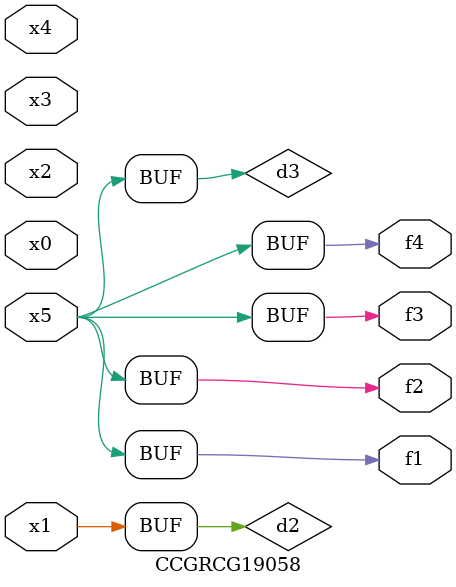
<source format=v>
module CCGRCG19058(
	input x0, x1, x2, x3, x4, x5,
	output f1, f2, f3, f4
);

	wire d1, d2, d3;

	not (d1, x5);
	or (d2, x1);
	xnor (d3, d1);
	assign f1 = d3;
	assign f2 = d3;
	assign f3 = d3;
	assign f4 = d3;
endmodule

</source>
